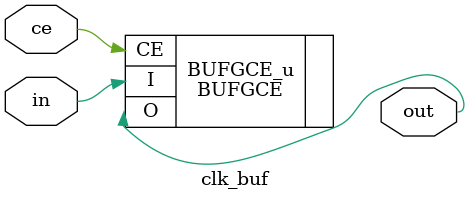
<source format=v>

module clk_buf(
    in,
    out,
    ce
);

input   in;     // clock input
input   ce;     // clock enable
output  out;    // clock output


//TODO: If several families/vendors will be used - wrap this and simmilar code to prepocessor defines
BUFGCE //BUFGCE from Xilinx Spartan6 family
    BUFGCE_u (
        .O  (out),
        .I  (in),
        .CE (ce) 
    );

endmodule // clk_buf

</source>
